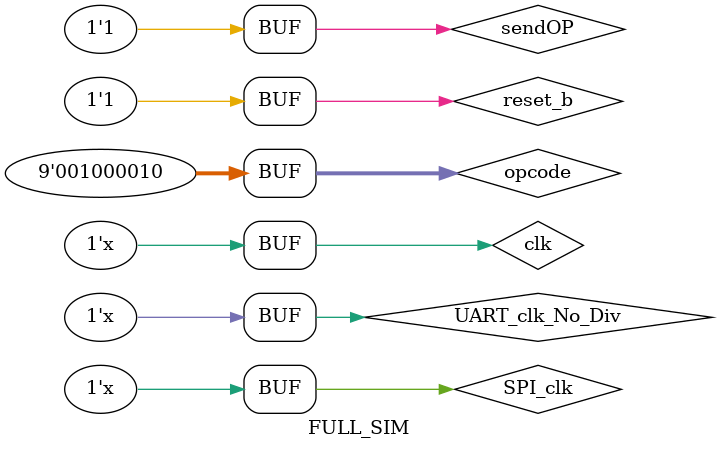
<source format=v>
`timescale 1ns / 1ps


module FULL_SIM(

    );
    
    
    wire UART_clk;
    
    UART_CLK_DIVIDER UART_CLK_DIVIDER_inst(

        .UART_clk_in(UART_clk_No_Div),
        .reset_b(reset_b),
        .UART_clk_out(UART_clk)    

    );         
    
    wire sendOP;
    
    reg reset_b = 0;
    reg clk = 0, SPI_clk = 0, UART_clk_No_Div = 0;
    reg adc1, adc2, adc3, adc4;
    reg RsRx;
    
    wire [8:0] opcode= 9'b001000010;
    
    always #4 clk = ~clk;
    always #96 SPI_clk = ~SPI_clk;
    always #868 UART_clk_No_Div = ~UART_clk_No_Div;
    
    integer i; 
    always@(posedge UART_clk)begin
        if(!sendOP) begin
            RsRx = 1'b1;
        end
        else begin
            if(i < 9) RsRx = opcode[i];
            else RsRx = 1'b1;
            i = i + 1;
        end 
    end
    
    
    initial begin
        i = 0;
        reset_b = 1'b1;
        #5 reset_b = 1'b0;
        #5 reset_b = 1'b1;  
        #5 sendOP= 1'b1;
         
    end
    
    
    
    
    
    
    
    
    
    
    
    
    
    
    
    
    
endmodule

</source>
